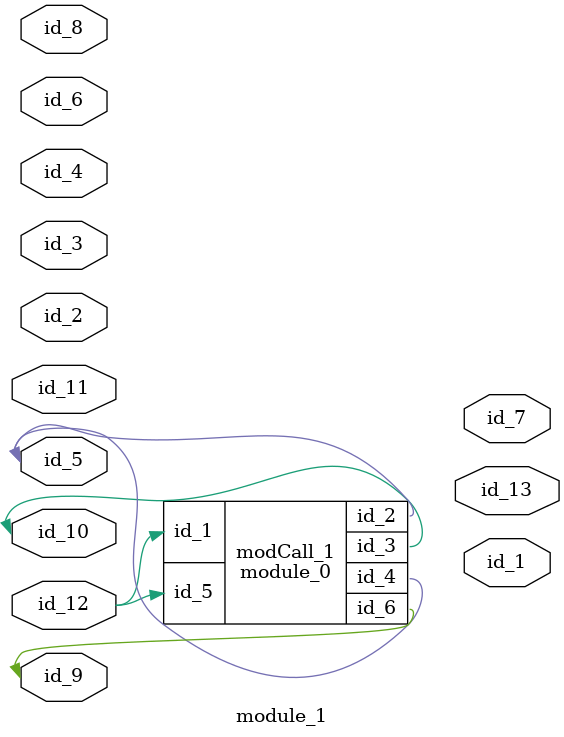
<source format=v>
module module_0 (
    id_1,
    id_2,
    id_3,
    id_4,
    id_5,
    id_6
);
  inout wire id_6;
  input wire id_5;
  output wire id_4;
  output wire id_3;
  output wire id_2;
  input wire id_1;
  parameter id_7 = 1;
endmodule
module module_1 (
    id_1,
    id_2,
    id_3,
    id_4,
    id_5,
    id_6,
    id_7,
    id_8,
    id_9,
    id_10,
    id_11,
    id_12,
    id_13
);
  output wire id_13;
  module_0 modCall_1 (
      id_12,
      id_5,
      id_10,
      id_5,
      id_12,
      id_9
  );
  inout wire id_12;
  inout wire id_11;
  inout wire id_10;
  inout wire id_9;
  input wire id_8;
  output wire id_7;
  input wire id_6;
  inout wire id_5;
  inout wire id_4;
  input wire id_3;
  inout wire id_2;
  output wire id_1;
  wire id_14;
endmodule

</source>
